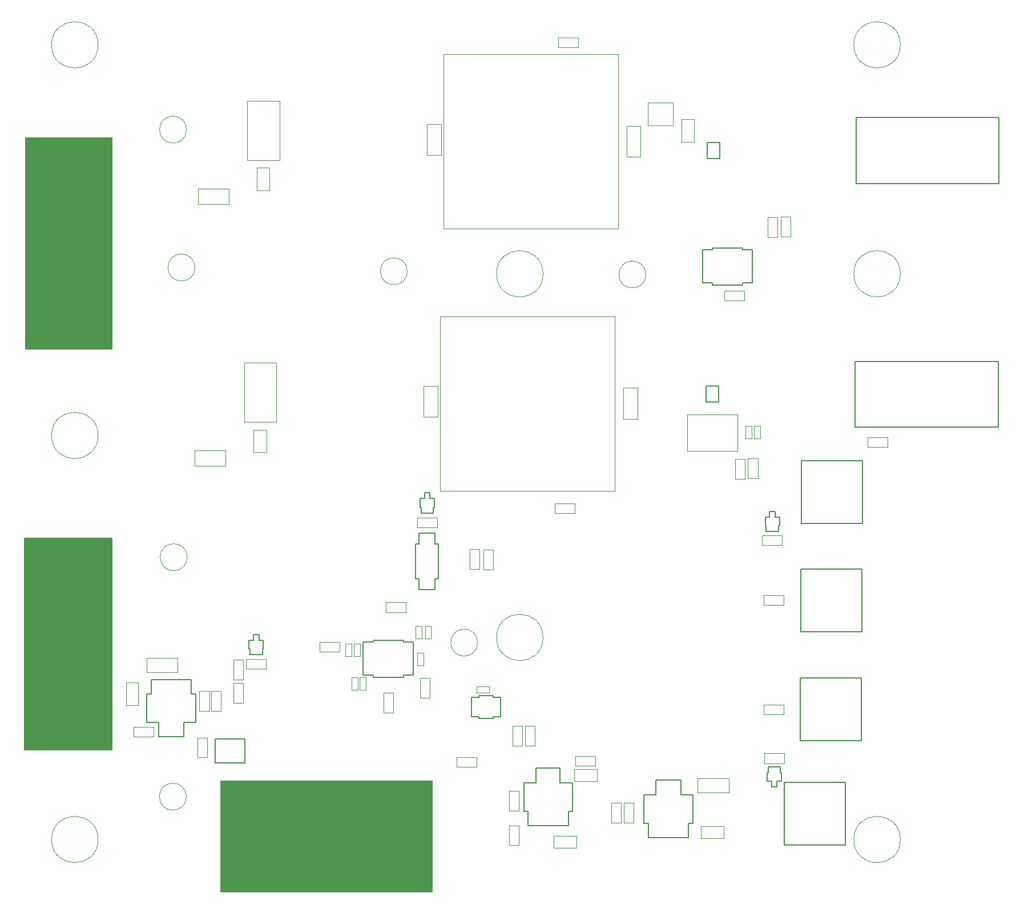
<source format=gbr>
%TF.GenerationSoftware,KiCad,Pcbnew,9.0.3*%
%TF.CreationDate,2025-09-16T11:45:41-04:00*%
%TF.ProjectId,5_COLD_TPC_Charge_Pre_Amp,355f434f-4c44-45f5-9450-435f43686172,rev?*%
%TF.SameCoordinates,Original*%
%TF.FileFunction,Other,User*%
%FSLAX46Y46*%
G04 Gerber Fmt 4.6, Leading zero omitted, Abs format (unit mm)*
G04 Created by KiCad (PCBNEW 9.0.3) date 2025-09-16 11:45:41*
%MOMM*%
%LPD*%
G01*
G04 APERTURE LIST*
%ADD10C,0.050000*%
%ADD11C,0.152400*%
%ADD12C,0.100000*%
%ADD13C,0.127000*%
G04 APERTURE END LIST*
D10*
%TO.C,R17*%
X270635000Y-161790000D02*
X273595000Y-161790000D01*
X270635000Y-163250000D02*
X270635000Y-161790000D01*
X273595000Y-161790000D02*
X273595000Y-163250000D01*
X273595000Y-163250000D02*
X270635000Y-163250000D01*
%TO.C,R39*%
X316210000Y-153970000D02*
X319170000Y-153970000D01*
X316210000Y-155430000D02*
X316210000Y-153970000D01*
X319170000Y-153970000D02*
X319170000Y-155430000D01*
X319170000Y-155430000D02*
X316210000Y-155430000D01*
%TO.C,C17*%
X265755000Y-106650000D02*
X267855000Y-106650000D01*
X265755000Y-111250000D02*
X265755000Y-106650000D01*
X267855000Y-106650000D02*
X267855000Y-111250000D01*
X267855000Y-111250000D02*
X265755000Y-111250000D01*
%TO.C,C15*%
X232160000Y-158860000D02*
X233620000Y-158860000D01*
X232160000Y-161820000D02*
X232160000Y-158860000D01*
X233620000Y-158860000D02*
X233620000Y-161820000D01*
X233620000Y-161820000D02*
X232160000Y-161820000D01*
%TO.C,R34*%
X278940000Y-157135000D02*
X280400000Y-157135000D01*
X278940000Y-160095000D02*
X278940000Y-157135000D01*
X280400000Y-157135000D02*
X280400000Y-160095000D01*
X280400000Y-160095000D02*
X278940000Y-160095000D01*
%TO.C,R42*%
X274570000Y-130930000D02*
X276030000Y-130930000D01*
X274570000Y-133890000D02*
X274570000Y-130930000D01*
X276030000Y-130930000D02*
X276030000Y-133890000D01*
X276030000Y-133890000D02*
X274570000Y-133890000D01*
%TO.C,C31*%
X311935000Y-117485000D02*
X313395000Y-117485000D01*
X311935000Y-120445000D02*
X311935000Y-117485000D01*
X313395000Y-117485000D02*
X313395000Y-120445000D01*
X313395000Y-120445000D02*
X311935000Y-120445000D01*
%TO.C,C42*%
X288037500Y-163589800D02*
X291437500Y-163589800D01*
X288037500Y-165349800D02*
X288037500Y-163589800D01*
X291437500Y-163589800D02*
X291437500Y-165349800D01*
X291437500Y-165349800D02*
X288037500Y-165349800D01*
%TO.C,R13*%
X264795000Y-126210000D02*
X267755000Y-126210000D01*
X264795000Y-127670000D02*
X264795000Y-126210000D01*
X267755000Y-126210000D02*
X267755000Y-127670000D01*
X267755000Y-127670000D02*
X264795000Y-127670000D01*
%TO.C,C3*%
X239565000Y-64325000D02*
X244365000Y-64325000D01*
X239565000Y-73125000D02*
X239565000Y-64325000D01*
X244365000Y-64325000D02*
X244365000Y-73125000D01*
X244365000Y-73125000D02*
X239565000Y-73125000D01*
%TO.C,R16*%
X295430000Y-168525000D02*
X296890000Y-168525000D01*
X295430000Y-171485000D02*
X295430000Y-168525000D01*
X296890000Y-168525000D02*
X296890000Y-171485000D01*
X296890000Y-171485000D02*
X295430000Y-171485000D01*
%TO.C,C4*%
X266225000Y-67765000D02*
X268325000Y-67765000D01*
X266225000Y-72365000D02*
X266225000Y-67765000D01*
X268325000Y-67765000D02*
X268325000Y-72365000D01*
X268325000Y-72365000D02*
X266225000Y-72365000D01*
%TO.C,C25*%
X306877500Y-172040000D02*
X310277500Y-172040000D01*
X306877500Y-173800000D02*
X306877500Y-172040000D01*
X310277500Y-172040000D02*
X310277500Y-173800000D01*
X310277500Y-173800000D02*
X306877500Y-173800000D01*
%TO.C,C14*%
X224657500Y-147060000D02*
X229257500Y-147060000D01*
X224657500Y-149160000D02*
X224657500Y-147060000D01*
X229257500Y-147060000D02*
X229257500Y-149160000D01*
X229257500Y-149160000D02*
X224657500Y-149160000D01*
%TO.C,U4*%
X268200000Y-96300000D02*
X294100000Y-96300000D01*
X268200000Y-122200000D02*
X268200000Y-96300000D01*
X294100000Y-96300000D02*
X294100000Y-122200000D01*
X294100000Y-122200000D02*
X268200000Y-122200000D01*
D11*
%TO.C,M1*%
X239850998Y-144416000D02*
X240500998Y-144416000D01*
X239850998Y-145724000D02*
X239850998Y-144416000D01*
X239850998Y-145724000D02*
X240000998Y-145724000D01*
X240000998Y-145724000D02*
X240000998Y-146579599D01*
X240000998Y-146579599D02*
X241808998Y-146579599D01*
X240500998Y-143560401D02*
X241308998Y-143560401D01*
X240500998Y-144416000D02*
X240500998Y-143560401D01*
X241308998Y-144416000D02*
X241308998Y-143560401D01*
X241808998Y-145724000D02*
X241808998Y-146579599D01*
X241958998Y-144416000D02*
X241308998Y-144416000D01*
X241958998Y-144416000D02*
X241958998Y-145724000D01*
X241958998Y-145724000D02*
X241808998Y-145724000D01*
D10*
%TO.C,Telem_RTN1*%
X273750000Y-144770000D02*
G75*
G02*
X269750000Y-144770000I-2000000J0D01*
G01*
X269750000Y-144770000D02*
G75*
G02*
X273750000Y-144770000I2000000J0D01*
G01*
D12*
%TO.C,J1*%
X219535000Y-101175000D02*
X206615000Y-101175000D01*
X206615000Y-69775000D01*
X219535000Y-69775000D01*
X219535000Y-101175000D01*
G36*
X219535000Y-101175000D02*
G01*
X206615000Y-101175000D01*
X206615000Y-69775000D01*
X219535000Y-69775000D01*
X219535000Y-101175000D01*
G37*
D10*
%TO.C,R32*%
X288280000Y-161630000D02*
X291240000Y-161630000D01*
X288280000Y-163090000D02*
X288280000Y-161630000D01*
X291240000Y-161630000D02*
X291240000Y-163090000D01*
X291240000Y-163090000D02*
X288280000Y-163090000D01*
%TO.C,-5V1*%
X230660000Y-132080000D02*
G75*
G02*
X226660000Y-132080000I-2000000J0D01*
G01*
X226660000Y-132080000D02*
G75*
G02*
X230660000Y-132080000I2000000J0D01*
G01*
D11*
%TO.C,U3*%
X234845600Y-159112000D02*
X239214400Y-159112000D01*
X234845600Y-162668000D02*
X234845600Y-159112000D01*
X239214400Y-159112000D02*
X239214400Y-162668000D01*
X239214400Y-162668000D02*
X234845600Y-162668000D01*
D10*
%TO.C,U5*%
X304880000Y-110882500D02*
X304880000Y-116287500D01*
X304880000Y-110882500D02*
X312290000Y-110882500D01*
X304880000Y-116287500D02*
X312290000Y-116287500D01*
X312290000Y-110882500D02*
X312290000Y-116287500D01*
%TO.C,R14*%
X237520000Y-150780000D02*
X238980000Y-150780000D01*
X237520000Y-153740000D02*
X237520000Y-150780000D01*
X238980000Y-150780000D02*
X238980000Y-153740000D01*
X238980000Y-153740000D02*
X237520000Y-153740000D01*
D11*
%TO.C,U8*%
X307087800Y-86456600D02*
X308548300Y-86456600D01*
X307087800Y-91333400D02*
X307087800Y-86456600D01*
X307087800Y-91333400D02*
X308548300Y-91333400D01*
X308548300Y-86139100D02*
X313044100Y-86139100D01*
X308548300Y-86456600D02*
X308548300Y-86139100D01*
X308548300Y-91650900D02*
X308548300Y-91333400D01*
X313044100Y-86139100D02*
X313044100Y-86456600D01*
X313044100Y-91333400D02*
X313044100Y-91650900D01*
X313044100Y-91650900D02*
X308548300Y-91650900D01*
X314504600Y-86456600D02*
X313044100Y-86456600D01*
X314504600Y-86456600D02*
X314504600Y-91333400D01*
X314504600Y-91333400D02*
X313044100Y-91333400D01*
%TO.C,J4*%
X329752569Y-102992800D02*
X350967432Y-102992800D01*
X329752569Y-112797200D02*
X329752569Y-102992800D01*
X350967432Y-102992800D02*
X350967432Y-112797200D01*
X350967432Y-112797200D02*
X329752569Y-112797200D01*
D10*
%TO.C,C43*%
X280780000Y-157130000D02*
X282240000Y-157130000D01*
X280780000Y-160090000D02*
X280780000Y-157130000D01*
X282240000Y-157130000D02*
X282240000Y-160090000D01*
X282240000Y-160090000D02*
X280780000Y-160090000D01*
%TO.C,F1*%
X232255000Y-77385000D02*
X236815000Y-77385000D01*
X232255000Y-79625000D02*
X232255000Y-77385000D01*
X236815000Y-77385000D02*
X236815000Y-79625000D01*
X236815000Y-79625000D02*
X232255000Y-79625000D01*
%TO.C,H3*%
X336450000Y-90000000D02*
G75*
G02*
X329550000Y-90000000I-3450000J0D01*
G01*
X329550000Y-90000000D02*
G75*
G02*
X336450000Y-90000000I3450000J0D01*
G01*
%TO.C,C26*%
X313445000Y-112625000D02*
X314365000Y-112625000D01*
X313445000Y-114445000D02*
X313445000Y-112625000D01*
X314365000Y-112625000D02*
X314365000Y-114445000D01*
X314365000Y-114445000D02*
X313445000Y-114445000D01*
%TO.C,R23*%
X318710000Y-81545000D02*
X320170000Y-81545000D01*
X318710000Y-84505000D02*
X318710000Y-81545000D01*
X320170000Y-81545000D02*
X320170000Y-84505000D01*
X320170000Y-84505000D02*
X318710000Y-84505000D01*
%TO.C,+5V1*%
X230540000Y-167640000D02*
G75*
G02*
X226540000Y-167640000I-2000000J0D01*
G01*
X226540000Y-167640000D02*
G75*
G02*
X230540000Y-167640000I2000000J0D01*
G01*
%TO.C,C34*%
X284997500Y-173439800D02*
X288397500Y-173439800D01*
X284997500Y-175199800D02*
X284997500Y-173439800D01*
X288397500Y-173439800D02*
X288397500Y-175199800D01*
X288397500Y-175199800D02*
X284997500Y-175199800D01*
%TO.C,C44*%
X272580000Y-130890000D02*
X274040000Y-130890000D01*
X272580000Y-133850000D02*
X272580000Y-130890000D01*
X274040000Y-130890000D02*
X274040000Y-133850000D01*
X274040000Y-133850000D02*
X272580000Y-133850000D01*
%TO.C,R37*%
X315905000Y-128850000D02*
X318865000Y-128850000D01*
X315905000Y-130310000D02*
X315905000Y-128850000D01*
X318865000Y-128850000D02*
X318865000Y-130310000D01*
X318865000Y-130310000D02*
X315905000Y-130310000D01*
%TO.C,H1*%
X217450000Y-56000000D02*
G75*
G02*
X210550000Y-56000000I-3450000J0D01*
G01*
X210550000Y-56000000D02*
G75*
G02*
X217450000Y-56000000I3450000J0D01*
G01*
%TO.C,H2*%
X336450000Y-56000000D02*
G75*
G02*
X329550000Y-56000000I-3450000J0D01*
G01*
X329550000Y-56000000D02*
G75*
G02*
X336450000Y-56000000I3450000J0D01*
G01*
%TO.C,R20*%
X313850000Y-117445000D02*
X315310000Y-117445000D01*
X313850000Y-120405000D02*
X313850000Y-117445000D01*
X315310000Y-117445000D02*
X315310000Y-120405000D01*
X315310000Y-120405000D02*
X313850000Y-120405000D01*
%TO.C,R24*%
X331610000Y-114280000D02*
X334570000Y-114280000D01*
X331610000Y-115740000D02*
X331610000Y-114280000D01*
X334570000Y-114280000D02*
X334570000Y-115740000D01*
X334570000Y-115740000D02*
X331610000Y-115740000D01*
%TO.C,R33*%
X250340000Y-144650000D02*
X253300000Y-144650000D01*
X250340000Y-146110000D02*
X250340000Y-144650000D01*
X253300000Y-144650000D02*
X253300000Y-146110000D01*
X253300000Y-146110000D02*
X250340000Y-146110000D01*
D12*
%TO.C,J3*%
X266985000Y-181780000D02*
X235575000Y-181780000D01*
X235575000Y-165280000D01*
X266985000Y-165280000D01*
X266985000Y-181780000D01*
G36*
X266985000Y-181780000D02*
G01*
X235575000Y-181780000D01*
X235575000Y-165280000D01*
X266985000Y-165280000D01*
X266985000Y-181780000D01*
G37*
D11*
%TO.C,J5*%
X329879569Y-66802800D02*
X351094432Y-66802800D01*
X329879569Y-76607200D02*
X329879569Y-66802800D01*
X351094432Y-66802800D02*
X351094432Y-76607200D01*
X351094432Y-76607200D02*
X329879569Y-76607200D01*
D10*
%TO.C,C41*%
X265940000Y-142330000D02*
X266860000Y-142330000D01*
X265940000Y-144150000D02*
X265940000Y-142330000D01*
X266860000Y-142330000D02*
X266860000Y-144150000D01*
X266860000Y-144150000D02*
X265940000Y-144150000D01*
%TO.C,V_{EN}1*%
X263320000Y-89620000D02*
G75*
G02*
X259320000Y-89620000I-2000000J0D01*
G01*
X259320000Y-89620000D02*
G75*
G02*
X263320000Y-89620000I2000000J0D01*
G01*
%TO.C,C1*%
X285670000Y-54900000D02*
X288630000Y-54900000D01*
X285670000Y-56360000D02*
X285670000Y-54900000D01*
X288630000Y-54900000D02*
X288630000Y-56360000D01*
X288630000Y-56360000D02*
X285670000Y-56360000D01*
D11*
%TO.C,U11*%
X256781600Y-144711600D02*
X258242100Y-144711600D01*
X256781600Y-149588400D02*
X256781600Y-144711600D01*
X256781600Y-149588400D02*
X258242100Y-149588400D01*
X258242100Y-144394100D02*
X262737900Y-144394100D01*
X258242100Y-144711600D02*
X258242100Y-144394100D01*
X258242100Y-149905900D02*
X258242100Y-149588400D01*
X262737900Y-144394100D02*
X262737900Y-144711600D01*
X262737900Y-149588400D02*
X262737900Y-149905900D01*
X262737900Y-149905900D02*
X258242100Y-149905900D01*
X264198400Y-144711600D02*
X262737900Y-144711600D01*
X264198400Y-144711600D02*
X264198400Y-149588400D01*
X264198400Y-149588400D02*
X262737900Y-149588400D01*
%TO.C,Q1*%
X264538200Y-130137300D02*
X265071600Y-130137300D01*
X264538200Y-135242700D02*
X264538200Y-130137300D01*
X265071600Y-128486300D02*
X265071600Y-130137300D01*
X265071600Y-128486300D02*
X267408400Y-128486300D01*
X265071600Y-135242700D02*
X264538200Y-135242700D01*
X265071600Y-136893700D02*
X265071600Y-135242700D01*
X267408400Y-128486300D02*
X267408400Y-130137300D01*
X267408400Y-130137300D02*
X267941800Y-130137300D01*
X267408400Y-136893700D02*
X265071600Y-136893700D01*
X267408400Y-136893700D02*
X267408400Y-135242700D01*
X267941800Y-130137300D02*
X267941800Y-135242700D01*
X267941800Y-135242700D02*
X267408400Y-135242700D01*
D10*
%TO.C,R25*%
X273590000Y-151250000D02*
X275450000Y-151250000D01*
X273590000Y-152190000D02*
X273590000Y-151250000D01*
X275450000Y-151250000D02*
X275450000Y-152190000D01*
X275450000Y-152190000D02*
X273590000Y-152190000D01*
%TO.C,R21*%
X310326200Y-92485000D02*
X313286200Y-92485000D01*
X310326200Y-93945000D02*
X310326200Y-92485000D01*
X313286200Y-92485000D02*
X313286200Y-93945000D01*
X313286200Y-93945000D02*
X310326200Y-93945000D01*
%TO.C,H8*%
X283450000Y-90000000D02*
G75*
G02*
X276550000Y-90000000I-3450000J0D01*
G01*
X276550000Y-90000000D02*
G75*
G02*
X283450000Y-90000000I3450000J0D01*
G01*
D11*
%TO.C,P1*%
X321771000Y-117736001D02*
X321771000Y-127043999D01*
X321771000Y-127043999D02*
X330829000Y-127043999D01*
X330829000Y-117736001D02*
X321771000Y-117736001D01*
X330829000Y-127043999D02*
X330829000Y-117736001D01*
%TO.C,M3*%
X316706001Y-164061000D02*
X316856001Y-164061000D01*
X316706001Y-165369000D02*
X316706001Y-164061000D01*
X316706001Y-165369000D02*
X317356001Y-165369000D01*
X316856001Y-164061000D02*
X316856001Y-163205401D01*
X317356001Y-165369000D02*
X317356001Y-166224599D01*
X318164001Y-165369000D02*
X318164001Y-166224599D01*
X318164001Y-166224599D02*
X317356001Y-166224599D01*
X318664001Y-163205401D02*
X316856001Y-163205401D01*
X318664001Y-164061000D02*
X318664001Y-163205401D01*
X318814001Y-164061000D02*
X318664001Y-164061000D01*
X318814001Y-164061000D02*
X318814001Y-165369000D01*
X318814001Y-165369000D02*
X318164001Y-165369000D01*
D10*
%TO.C,R11*%
X222680000Y-157290000D02*
X225640000Y-157290000D01*
X222680000Y-158750000D02*
X222680000Y-157290000D01*
X225640000Y-157290000D02*
X225640000Y-158750000D01*
X225640000Y-158750000D02*
X222680000Y-158750000D01*
%TO.C,D2*%
X298970000Y-64550000D02*
X298970000Y-67950000D01*
X298970000Y-67950000D02*
X302690000Y-67950000D01*
X302690000Y-64550000D02*
X298970000Y-64550000D01*
X302690000Y-67950000D02*
X302690000Y-64550000D01*
%TO.C,R7*%
X239384998Y-147200000D02*
X242344998Y-147200000D01*
X239384998Y-148660000D02*
X239384998Y-147200000D01*
X242344998Y-147200000D02*
X242344998Y-148660000D01*
X242344998Y-148660000D02*
X239384998Y-148660000D01*
D11*
%TO.C,M2*%
X265206001Y-123361000D02*
X265856001Y-123361000D01*
X265206001Y-124669000D02*
X265206001Y-123361000D01*
X265206001Y-124669000D02*
X265356001Y-124669000D01*
X265356001Y-124669000D02*
X265356001Y-125524599D01*
X265356001Y-125524599D02*
X267164001Y-125524599D01*
X265856001Y-122505401D02*
X266664001Y-122505401D01*
X265856001Y-123361000D02*
X265856001Y-122505401D01*
X266664001Y-123361000D02*
X266664001Y-122505401D01*
X267164001Y-124669000D02*
X267164001Y-125524599D01*
X267314001Y-123361000D02*
X266664001Y-123361000D01*
X267314001Y-123361000D02*
X267314001Y-124669000D01*
X267314001Y-124669000D02*
X267164001Y-124669000D01*
D10*
%TO.C,F2*%
X231785000Y-116270000D02*
X236345000Y-116270000D01*
X231785000Y-118510000D02*
X231785000Y-116270000D01*
X236345000Y-116270000D02*
X236345000Y-118510000D01*
X236345000Y-118510000D02*
X231785000Y-118510000D01*
%TO.C,C38*%
X255060000Y-149940000D02*
X255980000Y-149940000D01*
X255060000Y-151760000D02*
X255060000Y-149940000D01*
X255980000Y-149940000D02*
X255980000Y-151760000D01*
X255980000Y-151760000D02*
X255060000Y-151760000D01*
D11*
%TO.C,P2*%
X321691000Y-133816202D02*
X321691000Y-143124200D01*
X321691000Y-143124200D02*
X330749000Y-143124200D01*
X330749000Y-133816202D02*
X321691000Y-133816202D01*
X330749000Y-143124200D02*
X330749000Y-133816202D01*
%TO.C,U9*%
X280613200Y-165571600D02*
X282442000Y-165571600D01*
X280613200Y-169788000D02*
X280613200Y-165571600D01*
X281246900Y-169788000D02*
X280613200Y-169788000D01*
X281246900Y-171959700D02*
X281246900Y-169788000D01*
X282442000Y-163399900D02*
X285998000Y-163399900D01*
X282442000Y-165571600D02*
X282442000Y-163399900D01*
X285998000Y-163399900D02*
X285998000Y-165571600D01*
X285998000Y-165571600D02*
X287826800Y-165571600D01*
X287193100Y-169788000D02*
X287193100Y-171959700D01*
X287193100Y-171959700D02*
X281246900Y-171959700D01*
X287826800Y-165571600D02*
X287826800Y-169788000D01*
X287826800Y-169788000D02*
X287193100Y-169788000D01*
D10*
%TO.C,C33*%
X306397500Y-164910000D02*
X310997500Y-164910000D01*
X306397500Y-167010000D02*
X306397500Y-164910000D01*
X310997500Y-164910000D02*
X310997500Y-167010000D01*
X310997500Y-167010000D02*
X306397500Y-167010000D01*
%TO.C,C11*%
X295835000Y-68052500D02*
X297935000Y-68052500D01*
X295835000Y-72652500D02*
X295835000Y-68052500D01*
X297935000Y-68052500D02*
X297935000Y-72652500D01*
X297935000Y-72652500D02*
X295835000Y-72652500D01*
%TO.C,C16*%
X239095000Y-103210000D02*
X243895000Y-103210000D01*
X239095000Y-112010000D02*
X239095000Y-103210000D01*
X243895000Y-103210000D02*
X243895000Y-112010000D01*
X243895000Y-112010000D02*
X239095000Y-112010000D01*
%TO.C,R6*%
X237524998Y-147280000D02*
X238984998Y-147280000D01*
X237524998Y-150240000D02*
X237524998Y-147280000D01*
X238984998Y-147280000D02*
X238984998Y-150240000D01*
X238984998Y-150240000D02*
X237524998Y-150240000D01*
D13*
%TO.C,J2*%
X219500000Y-160700000D02*
X206580000Y-160700000D01*
X206580000Y-129300000D01*
X219500000Y-129300000D01*
X219500000Y-160700000D01*
G36*
X219500000Y-160700000D02*
G01*
X206580000Y-160700000D01*
X206580000Y-129300000D01*
X219500000Y-129300000D01*
X219500000Y-160700000D01*
G37*
D10*
%TO.C,R36*%
X316260000Y-161210000D02*
X319220000Y-161210000D01*
X316260000Y-162670000D02*
X316260000Y-161210000D01*
X319220000Y-161210000D02*
X319220000Y-162670000D01*
X319220000Y-162670000D02*
X316260000Y-162670000D01*
%TO.C,R29*%
X264770000Y-146250000D02*
X265710000Y-146250000D01*
X264770000Y-148110000D02*
X264770000Y-146250000D01*
X265710000Y-146250000D02*
X265710000Y-148110000D01*
X265710000Y-148110000D02*
X264770000Y-148110000D01*
D11*
%TO.C,U7*%
X298429300Y-167349300D02*
X300207300Y-167349300D01*
X298429300Y-171565700D02*
X298429300Y-167349300D01*
X299051600Y-171565700D02*
X298429300Y-171565700D01*
X299051600Y-173712000D02*
X299051600Y-171565700D01*
X300207300Y-165203000D02*
X303864900Y-165203000D01*
X300207300Y-167349300D02*
X300207300Y-165203000D01*
X303864900Y-165203000D02*
X303864900Y-167349300D01*
X303864900Y-167349300D02*
X305642900Y-167349300D01*
X305020600Y-171565700D02*
X305020600Y-173712000D01*
X305020600Y-173712000D02*
X299051600Y-173712000D01*
X305642900Y-167349300D02*
X305642900Y-171565700D01*
X305642900Y-171565700D02*
X305020600Y-171565700D01*
D10*
%TO.C,R9*%
X232470000Y-151980000D02*
X233930000Y-151980000D01*
X232470000Y-154940000D02*
X232470000Y-151980000D01*
X233930000Y-151980000D02*
X233930000Y-154940000D01*
X233930000Y-154940000D02*
X232470000Y-154940000D01*
%TO.C,+12V1*%
X230570000Y-68590000D02*
G75*
G02*
X226570000Y-68590000I-2000000J0D01*
G01*
X226570000Y-68590000D02*
G75*
G02*
X230570000Y-68590000I2000000J0D01*
G01*
%TO.C,R41*%
X240525000Y-113160000D02*
X242425000Y-113160000D01*
X240525000Y-116520000D02*
X240525000Y-113160000D01*
X242425000Y-113160000D02*
X242425000Y-116520000D01*
X242425000Y-116520000D02*
X240525000Y-116520000D01*
%TO.C,H5*%
X283450000Y-144000000D02*
G75*
G02*
X276550000Y-144000000I-3450000J0D01*
G01*
X276550000Y-144000000D02*
G75*
G02*
X283450000Y-144000000I3450000J0D01*
G01*
D11*
%TO.C,R2*%
X307667900Y-106703900D02*
X309522100Y-106703900D01*
X307667900Y-109066100D02*
X307667900Y-106703900D01*
X309522100Y-106703900D02*
X309522100Y-109066100D01*
X309522100Y-109066100D02*
X307667900Y-109066100D01*
D10*
%TO.C,R31*%
X259790000Y-152180000D02*
X261250000Y-152180000D01*
X259790000Y-155140000D02*
X259790000Y-152180000D01*
X261250000Y-152180000D02*
X261250000Y-155140000D01*
X261250000Y-155140000D02*
X259790000Y-155140000D01*
%TO.C,R28*%
X278390000Y-171899800D02*
X279850000Y-171899800D01*
X278390000Y-174859800D02*
X278390000Y-171899800D01*
X279850000Y-171899800D02*
X279850000Y-174859800D01*
X279850000Y-174859800D02*
X278390000Y-174859800D01*
%TO.C,R30*%
X278380000Y-166779800D02*
X279840000Y-166779800D01*
X278380000Y-169739800D02*
X278380000Y-166779800D01*
X279840000Y-166779800D02*
X279840000Y-169739800D01*
X279840000Y-169739800D02*
X278380000Y-169739800D01*
%TO.C,R26*%
X255390000Y-144960000D02*
X256330000Y-144960000D01*
X255390000Y-146820000D02*
X255390000Y-144960000D01*
X256330000Y-144960000D02*
X256330000Y-146820000D01*
X256330000Y-146820000D02*
X255390000Y-146820000D01*
%TO.C,C35*%
X254110000Y-144960000D02*
X255030000Y-144960000D01*
X254110000Y-146780000D02*
X254110000Y-144960000D01*
X255030000Y-144960000D02*
X255030000Y-146780000D01*
X255030000Y-146780000D02*
X254110000Y-146780000D01*
D11*
%TO.C,P3*%
X321591000Y-149996001D02*
X321591000Y-159303999D01*
X321591000Y-159303999D02*
X330649000Y-159303999D01*
X330649000Y-149996001D02*
X321591000Y-149996001D01*
X330649000Y-159303999D02*
X330649000Y-149996001D01*
D10*
%TO.C,U1*%
X268670000Y-57415000D02*
X294570000Y-57415000D01*
X268670000Y-83315000D02*
X268670000Y-57415000D01*
X294570000Y-57415000D02*
X294570000Y-83315000D01*
X294570000Y-83315000D02*
X268670000Y-83315000D01*
%TO.C,C13*%
X234220000Y-151980000D02*
X235680000Y-151980000D01*
X234220000Y-154940000D02*
X234220000Y-151980000D01*
X235680000Y-151980000D02*
X235680000Y-154940000D01*
X235680000Y-154940000D02*
X234220000Y-154940000D01*
%TO.C,R22*%
X316760000Y-81565000D02*
X318220000Y-81565000D01*
X316760000Y-84525000D02*
X316760000Y-81565000D01*
X318220000Y-81565000D02*
X318220000Y-84525000D01*
X318220000Y-84525000D02*
X316760000Y-84525000D01*
%TO.C,R4*%
X303970000Y-67070000D02*
X305870000Y-67070000D01*
X303970000Y-70430000D02*
X303970000Y-67070000D01*
X305870000Y-67070000D02*
X305870000Y-70430000D01*
X305870000Y-70430000D02*
X303970000Y-70430000D01*
%TO.C,C24*%
X295365000Y-106937500D02*
X297465000Y-106937500D01*
X295365000Y-111537500D02*
X295365000Y-106937500D01*
X297465000Y-106937500D02*
X297465000Y-111537500D01*
X297465000Y-111537500D02*
X295365000Y-111537500D01*
%TO.C,C12*%
X221650000Y-150662500D02*
X223410000Y-150662500D01*
X221650000Y-154062500D02*
X221650000Y-150662500D01*
X223410000Y-150662500D02*
X223410000Y-154062500D01*
X223410000Y-154062500D02*
X221650000Y-154062500D01*
%TO.C,C39*%
X256260000Y-149950000D02*
X257180000Y-149950000D01*
X256260000Y-151770000D02*
X256260000Y-149950000D01*
X257180000Y-149950000D02*
X257180000Y-151770000D01*
X257180000Y-151770000D02*
X256260000Y-151770000D01*
%TO.C,R27*%
X265210000Y-150030000D02*
X266670000Y-150030000D01*
X265210000Y-152990000D02*
X265210000Y-150030000D01*
X266670000Y-150030000D02*
X266670000Y-152990000D01*
X266670000Y-152990000D02*
X265210000Y-152990000D01*
D11*
%TO.C,U2*%
X224691700Y-152401800D02*
X225314000Y-152401800D01*
X224691700Y-156618200D02*
X224691700Y-152401800D01*
X225314000Y-150255500D02*
X231283000Y-150255500D01*
X225314000Y-152401800D02*
X225314000Y-150255500D01*
X226469700Y-156618200D02*
X224691700Y-156618200D01*
X226469700Y-158764500D02*
X226469700Y-156618200D01*
X230127300Y-156618200D02*
X230127300Y-158764500D01*
X230127300Y-158764500D02*
X226469700Y-158764500D01*
X231283000Y-150255500D02*
X231283000Y-152401800D01*
X231283000Y-152401800D02*
X231905300Y-152401800D01*
X231905300Y-152401800D02*
X231905300Y-156618200D01*
X231905300Y-156618200D02*
X230127300Y-156618200D01*
%TO.C,U10*%
X272816400Y-152917400D02*
X273923200Y-152917400D01*
X272816400Y-155782600D02*
X272816400Y-152917400D01*
X272816400Y-155782600D02*
X273923200Y-155782600D01*
X273923200Y-152648200D02*
X276056800Y-152648200D01*
X273923200Y-152917400D02*
X273923200Y-152648200D01*
X273923200Y-156051800D02*
X273923200Y-155782600D01*
X276056800Y-152648200D02*
X276056800Y-152917400D01*
X276056800Y-155782600D02*
X276056800Y-156051800D01*
X276056800Y-156051800D02*
X273923200Y-156051800D01*
X277163600Y-152917400D02*
X276056800Y-152917400D01*
X277163600Y-152917400D02*
X277163600Y-155782600D01*
X277163600Y-155782600D02*
X276056800Y-155782600D01*
D10*
%TO.C,C30*%
X293557500Y-168570000D02*
X295017500Y-168570000D01*
X293557500Y-171530000D02*
X293557500Y-168570000D01*
X295017500Y-168570000D02*
X295017500Y-171530000D01*
X295017500Y-171530000D02*
X293557500Y-171530000D01*
%TO.C,R40*%
X240995000Y-74275000D02*
X242895000Y-74275000D01*
X240995000Y-77635000D02*
X240995000Y-74275000D01*
X242895000Y-74275000D02*
X242895000Y-77635000D01*
X242895000Y-77635000D02*
X240995000Y-77635000D01*
%TO.C,R38*%
X316150000Y-137740000D02*
X319110000Y-137740000D01*
X316150000Y-139200000D02*
X316150000Y-137740000D01*
X319110000Y-137740000D02*
X319110000Y-139200000D01*
X319110000Y-139200000D02*
X316150000Y-139200000D01*
D11*
%TO.C,R1*%
X307777900Y-70533900D02*
X309632100Y-70533900D01*
X307777900Y-72896100D02*
X307777900Y-70533900D01*
X309632100Y-70533900D02*
X309632100Y-72896100D01*
X309632100Y-72896100D02*
X307777900Y-72896100D01*
%TO.C,M4*%
X316405999Y-126121000D02*
X317055999Y-126121000D01*
X316405999Y-127429000D02*
X316405999Y-126121000D01*
X316405999Y-127429000D02*
X316555999Y-127429000D01*
X316555999Y-127429000D02*
X316555999Y-128284599D01*
X316555999Y-128284599D02*
X318363999Y-128284599D01*
X317055999Y-125265401D02*
X317863999Y-125265401D01*
X317055999Y-126121000D02*
X317055999Y-125265401D01*
X317863999Y-126121000D02*
X317863999Y-125265401D01*
X318363999Y-127429000D02*
X318363999Y-128284599D01*
X318513999Y-126121000D02*
X317863999Y-126121000D01*
X318513999Y-126121000D02*
X318513999Y-127429000D01*
X318513999Y-127429000D02*
X318363999Y-127429000D01*
D10*
%TO.C,C27*%
X314755000Y-112625000D02*
X315675000Y-112625000D01*
X314755000Y-114445000D02*
X314755000Y-112625000D01*
X315675000Y-112625000D02*
X315675000Y-114445000D01*
X315675000Y-114445000D02*
X314755000Y-114445000D01*
%TO.C,R8*%
X260130000Y-138790000D02*
X263090000Y-138790000D01*
X260130000Y-140250000D02*
X260130000Y-138790000D01*
X263090000Y-138790000D02*
X263090000Y-140250000D01*
X263090000Y-140250000D02*
X260130000Y-140250000D01*
%TO.C,C2*%
X285180000Y-124090000D02*
X288140000Y-124090000D01*
X285180000Y-125550000D02*
X285180000Y-124090000D01*
X288140000Y-124090000D02*
X288140000Y-125550000D01*
X288140000Y-125550000D02*
X285180000Y-125550000D01*
%TO.C,+12V_RTN1*%
X231810000Y-89060000D02*
G75*
G02*
X227810000Y-89060000I-2000000J0D01*
G01*
X227810000Y-89060000D02*
G75*
G02*
X231810000Y-89060000I2000000J0D01*
G01*
%TO.C,C40*%
X264560000Y-142330000D02*
X265480000Y-142330000D01*
X264560000Y-144150000D02*
X264560000Y-142330000D01*
X265480000Y-142330000D02*
X265480000Y-144150000D01*
X265480000Y-144150000D02*
X264560000Y-144150000D01*
%TO.C,+/-5V_{RTN}1*%
X298700000Y-90100000D02*
G75*
G02*
X294700000Y-90100000I-2000000J0D01*
G01*
X294700000Y-90100000D02*
G75*
G02*
X298700000Y-90100000I2000000J0D01*
G01*
D11*
%TO.C,P4*%
X319251000Y-165536202D02*
X319251000Y-174844200D01*
X319251000Y-174844200D02*
X328309000Y-174844200D01*
X328309000Y-165536202D02*
X319251000Y-165536202D01*
X328309000Y-174844200D02*
X328309000Y-165536202D01*
D10*
%TO.C,H7*%
X336450000Y-174000000D02*
G75*
G02*
X329550000Y-174000000I-3450000J0D01*
G01*
X329550000Y-174000000D02*
G75*
G02*
X336450000Y-174000000I3450000J0D01*
G01*
%TO.C,H4*%
X217450000Y-114000000D02*
G75*
G02*
X210550000Y-114000000I-3450000J0D01*
G01*
X210550000Y-114000000D02*
G75*
G02*
X217450000Y-114000000I3450000J0D01*
G01*
%TO.C,H9*%
X217450000Y-174000000D02*
G75*
G02*
X210550000Y-174000000I-3450000J0D01*
G01*
X210550000Y-174000000D02*
G75*
G02*
X217450000Y-174000000I3450000J0D01*
G01*
%TD*%
M02*

</source>
